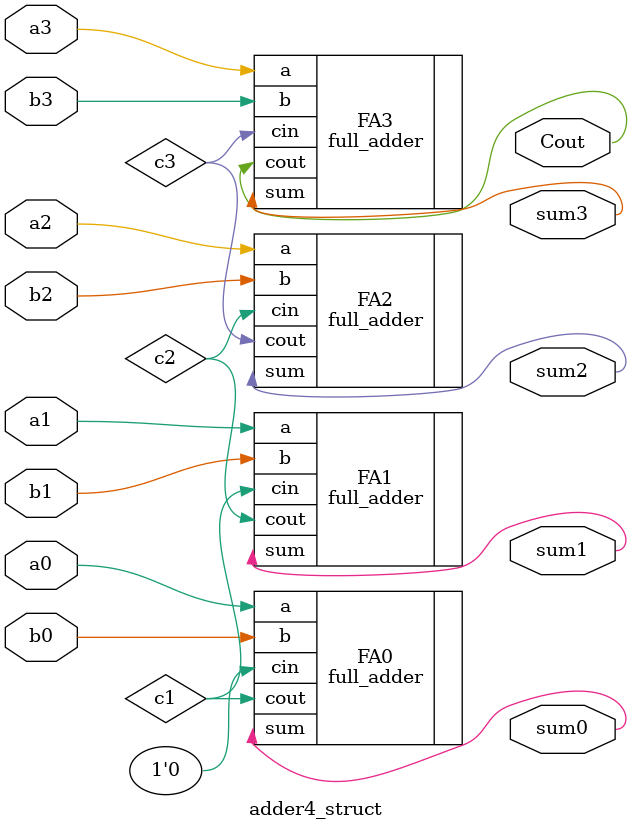
<source format=sv>
module adder4_struct (
    input  logic a0, a1, a2, a3,
    input  logic b0, b1, b2, b3,
    output logic sum0, sum1, sum2, sum3,
    output logic Cout
);
  // Internal carries
  logic c1, c2, c3;

  // Bit 0 (LSB) with Cin = 0
  full_adder FA0 (.a(a0), .b(b0), .cin(1'b0), .sum(sum0), .cout(c1));

  // Bit 1
  full_adder FA1 (.a(a1), .b(b1), .cin(c1), .sum(sum1), .cout(c2));

  // Bit 2
  full_adder FA2 (.a(a2), .b(b2), .cin(c2), .sum(sum2), .cout(c3));

  // Bit 3 (MSB)
  full_adder FA3 (.a(a3), .b(b3), .cin(c3), .sum(sum3), .cout(Cout));

endmodule

</source>
